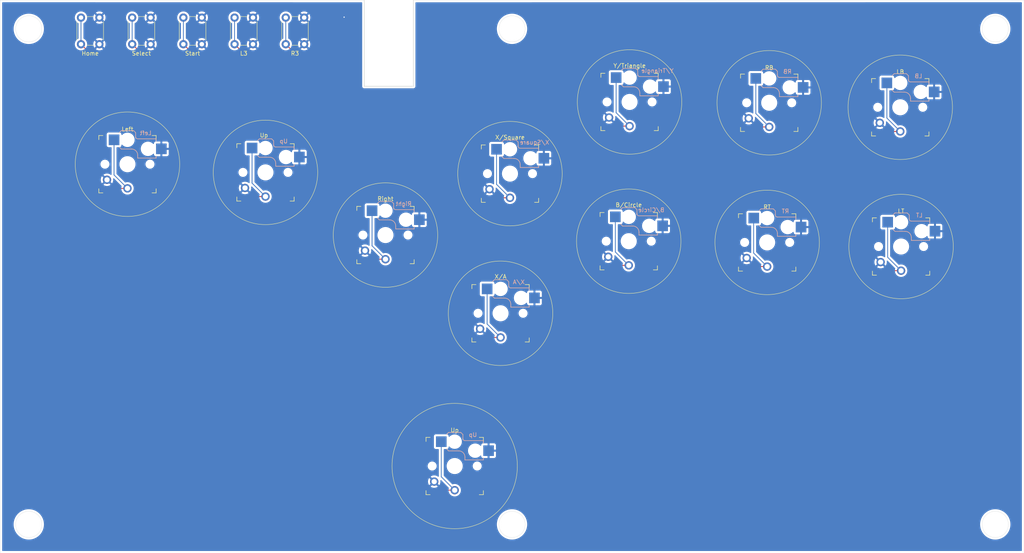
<source format=kicad_pcb>
(kicad_pcb (version 20240108) (generator "pcbnew") (generator_version "8.0")
  (layers (0 "F.Cu" signal) (31 "B.Cu" signal) (34 "B.Paste" user) (35 "F.Paste" user) (36 "B.SilkS" user "B.Silkscreen") (37 "F.SilkS" user "F.Silkscreen") (38 "B.Mask" user) (39 "F.Mask" user) (44 "Edge.Cuts" user))
  (net 0 "")
  (net 1 "GND")
  (net 2 "Left")
  (net 3 "Down")
  (net 4 "Up")
  (net 6 "Right")
  (net 7 "A{slash}X")
  (net 8 "X{slash}Square")
  (net 9 "B{slash}Circle")
  (net 10 "Y{slash}Triangle")
  (net 11 "Left Trigger")
  (net 12 "Left Bumper")
  (net 13 "Right Trigger")
  (net 14 "Right Bumper")
  (net 15 "Start")
  (net 16 "R3")
  (net 17 "L3")
  (net 18 "Select")
  (net 20 "Home")
  (footprint "keyswitches:Kailh_socket_PG1350_optional" (layer "F.Cu") (at 261.5 116.35)
    (property "Reference" "B/Circle" (at 0 -8.85 0) (layer "F.SilkS"))
    (property "Value" "SW_Push")
    (fp_text user "${REFERENCE}" (at 5.5 -7.62 0) (layer "B.SilkS") (effects (justify mirror)))
    (pad "" np_thru_hole circle (at -5.5 0) (size 1.7018 1.7018) (drill 1.7018) (layers "*.Cu" "*.Mask"))
    (pad "" np_thru_hole circle (at 0 -5.95) (size 3 3) (drill 3) (layers "*.Cu" "*.Mask"))
    (pad "" np_thru_hole circle (at 0 0) (size 3.429 3.429) (drill 3.429) (layers "*.Cu" "*.Mask"))
    (pad "" np_thru_hole circle (at 5 -3.75) (size 3 3) (drill 3) (layers "*.Cu" "*.Mask"))
    (pad "" np_thru_hole circle (at 5.5 0) (size 1.7018 1.7018) (drill 1.7018) (layers "*.Cu" "*.Mask"))
    (pad "1" smd rect (at -3.275 -5.95) (size 2.6 2.6) (layers "B.Cu" "B.Paste" "B.Mask") (net 9 "B{slash}Circle"))
    (pad "1" thru_hole circle (at 0 5.9) (size 2.032 2.032) (drill 1.27) (layers "*.Cu" "*.Mask") (net 9 "B{slash}Circle"))
    (pad "2" thru_hole circle (at -5 3.8) (size 2.032 2.032) (drill 1.27) (layers "*.Cu" "*.Mask") (net 1 "GND"))
    (pad "2" smd rect (at 8.275 -3.75) (size 2.6 2.6) (layers "B.Cu" "B.Paste" "B.Mask") (net 1 "GND"))
  )
  (footprint "Button_Switch_THT:SW_PUSH_6mm_H5mm" (layer "F.Cu") (at 127.75 68.25 90)
    (property "Reference" "Home" (at -2.25 2.25 0) (layer "F.SilkS"))
    (property "Value" "SW_Push")
    (pad "1" thru_hole circle (at 0 0 180) (size 2 2) (drill 1.1) (layers "*.Cu" "*.Mask") (net 20 "Home"))
    (pad "1" thru_hole circle (at 6.5 0 180) (size 2 2) (drill 1.1) (layers "*.Cu" "*.Mask") (net 20 "Home"))
    (pad "2" thru_hole circle (at 0 4.5 180) (size 2 2) (drill 1.1) (layers "*.Cu" "*.Mask") (net 1 "GND"))
    (pad "2" thru_hole circle (at 6.5 4.5 180) (size 2 2) (drill 1.1) (layers "*.Cu" "*.Mask") (net 1 "GND"))
  )
  (footprint "mcu:rp2040-zero-smd" (layer "F.Cu") (at 202.914194 69.264962)
    (property "Reference" "U1" (hide yes))
    (property "Value" "rp2040-zero" (hide yes))
    (fp_line (start -6 -11.75) (end -6 9.25) (stroke (width 0.12)) (layer "Edge.Cuts"))
    (fp_line (start -6 9.25) (end 6 9.25) (stroke (width 0.12)) (layer "Edge.Cuts"))
    (fp_line (start 6 9.25) (end 6 -11.75) (stroke (width 0.12)) (layer "Edge.Cuts"))
    (pad "1" smd oval (at 8.62 -10.16 180) (size 2.5 1.5) (drill (offset -0.5 0)) (layers "F.Cu" "F.Paste" "F.Mask") (net 12 "Left Bumper"))
    (pad "2" smd oval (at 8.62 -7.62 180) (size 2.5 1.5) (drill (offset -0.5 0)) (layers "F.Cu" "F.Paste" "F.Mask") (net 11 "Left Trigger"))
    (pad "3" smd oval (at 8.62 -5.08 180) (size 2.5 1.5) (drill (offset -0.5 0)) (layers "F.Cu" "F.Paste" "F.Mask") (net 14 "Right Bumper"))
    (pad "4" smd oval (at 8.62 -2.54 180) (size 2.5 1.5) (drill (offset -0.5 0)) (layers "F.Cu" "F.Paste" "F.Mask") (net 13 "Right Trigger"))
    (pad "5" smd oval (at 8.62 0 180) (size 2.5 1.5) (drill (offset -0.5 0)) (layers "F.Cu" "F.Paste" "F.Mask") (net 10 "Y{slash}Triangle"))
    (pad "6" smd oval (at 8.62 2.54 180) (size 2.5 1.5) (drill (offset -0.5 0)) (layers "F.Cu" "F.Paste" "F.Mask") (net 9 "B{slash}Circle"))
    (pad "7" smd oval (at 8.62 5.08 180) (size 2.5 1.5) (drill (offset -0.5 0)) (layers "F.Cu" "F.Paste" "F.Mask") (net 8 "X{slash}Square"))
    (pad "8" smd oval (at 8.62 7.62 180) (size 2.5 1.5) (drill (offset -0.5 0)) (layers "F.Cu" "F.Paste" "F.Mask") (net 7 "A{slash}X"))
    (pad "9" smd oval (at 8.62 10.16 180) (size 2.5 1.5) (drill (offset -0.5 0)) (layers "F.Cu" "F.Paste" "F.Mask") (net 4 "Up"))
    (pad "10" smd oval (at 5.08 11.16 90) (size 2.5 1.5) (drill (offset -0.5 0)) (layers "F.Cu" "F.Paste" "F.Mask") (net 6 "Right"))
    (pad "11" smd oval (at 2.54 11.16 90) (size 2.5 1.5) (drill (offset -0.5 0)) (layers "F.Cu" "F.Paste" "F.Mask") (net 3 "Down"))
    (pad "12" smd oval (at 0 11.16 90) (size 2.5 1.5) (drill (offset -0.5 0)) (layers "F.Cu" "F.Paste" "F.Mask") (net 2 "Left"))
    (pad "13" smd oval (at -2.54 11.16 90) (size 2.5 1.5) (drill (offset -0.5 0)) (layers "F.Cu" "F.Paste" "F.Mask"))
    (pad "14" smd oval (at -5.08 11.16 90) (size 2.5 1.5) (drill (offset -0.5 0)) (layers "F.Cu" "F.Paste" "F.Mask"))
    (pad "15" smd oval (at -8.62 10.16) (size 2.5 1.5) (drill (offset -0.5 0)) (layers "F.Cu" "F.Paste" "F.Mask"))
    (pad "16" smd oval (at -8.62 7.62) (size 2.5 1.5) (drill (offset -0.5 0)) (layers "F.Cu" "F.Paste" "F.Mask") (net 20 "Home"))
    (pad "17" smd oval (at -8.62 5.08) (size 2.5 1.5) (drill (offset -0.5 0)) (layers "F.Cu" "F.Paste" "F.Mask") (net 18 "Select"))
    (pad "18" smd oval (at -8.62 2.54) (size 2.5 1.5) (drill (offset -0.5 0)) (layers "F.Cu" "F.Paste" "F.Mask") (net 15 "Start"))
    (pad "19" smd oval (at -8.62 0) (size 2.5 1.5) (drill (offset -0.5 0)) (layers "F.Cu" "F.Paste" "F.Mask") (net 17 "L3"))
    (pad "20" smd oval (at -8.62 -2.54) (size 2.5 1.5) (drill (offset -0.5 0)) (layers "F.Cu" "F.Paste" "F.Mask") (net 16 "R3"))
    (pad "21" smd oval (at -8.62 -5.08) (size 2.5 1.5) (drill (offset -0.5 0)) (layers "F.Cu" "F.Paste" "F.Mask"))
    (pad "22" smd oval (at -8.62 -7.62) (size 2.5 1.5) (drill (offset -0.5 0)) (layers "F.Cu" "F.Paste" "F.Mask") (net 1 "GND"))
    (pad "23" smd oval (at -8.62 -10.16) (size 2.5 1.5) (drill (offset -0.5 0)) (layers "F.Cu" "F.Paste" "F.Mask"))
  )
  (footprint "keyswitches:Kailh_socket_PG1350_optional" (layer "F.Cu") (at 172.8 99.55)
    (property "Reference" "Up" (at 0.7 -9.05 0) (layer "F.SilkS") (effects (justify right)))
    (property "Value" "SW_Push")
    (fp_text user "${REFERENCE}" (at 4.445 -7.62 0) (layer "B.SilkS") (effects (justify mirror)))
    (pad "" np_thru_hole circle (at -5.5 0) (size 1.7018 1.7018) (drill 1.7018) (layers "*.Cu" "*.Mask"))
    (pad "" np_thru_hole circle (at 0 -5.95) (size 3 3) (drill 3) (layers "*.Cu" "*.Mask"))
    (pad "" np_thru_hole circle (at 0 0) (size 3.429 3.429) (drill 3.429) (layers "*.Cu" "*.Mask"))
    (pad "" np_thru_hole circle (at 5 -3.75) (size 3 3) (drill 3) (layers "*.Cu" "*.Mask"))
    (pad "" np_thru_hole circle (at 5.5 0) (size 1.7018 1.7018) (drill 1.7018) (layers "*.Cu" "*.Mask"))
    (pad "1" smd rect (at -3.275 -5.95) (size 2.6 2.6) (layers "B.Cu" "B.Paste" "B.Mask") (net 3 "Down"))
    (pad "1" thru_hole circle (at 0 5.9) (size 2.032 2.032) (drill 1.27) (layers "*.Cu" "*.Mask") (net 3 "Down"))
    (pad "2" thru_hole circle (at -5 3.8) (size 2.032 2.032) (drill 1.27) (layers "*.Cu" "*.Mask") (net 1 "GND"))
    (pad "2" smd rect (at 8.275 -3.75) (size 2.6 2.6) (layers "B.Cu" "B.Paste" "B.Mask") (net 1 "GND"))
  )
  (footprint "keyswitches:Kailh_socket_PG1350_optional" (layer "F.Cu") (at 139.1 97.55)
    (property "Reference" "Left" (at 0 -8.55 0) (layer "F.SilkS"))
    (property "Value" "SW_Push")
    (fp_text user "${REFERENCE}" (at 4.445 -7.62 0) (layer "B.SilkS") (effects (justify mirror)))
    (pad "" np_thru_hole circle (at -5.5 0) (size 1.7018 1.7018) (drill 1.7018) (layers "*.Cu" "*.Mask"))
    (pad "" np_thru_hole circle (at 0 -5.95) (size 3 3) (drill 3) (layers "*.Cu" "*.Mask"))
    (pad "" np_thru_hole circle (at 0 0) (size 3.429 3.429) (drill 3.429) (layers "*.Cu" "*.Mask"))
    (pad "" np_thru_hole circle (at 5 -3.75) (size 3 3) (drill 3) (layers "*.Cu" "*.Mask"))
    (pad "" np_thru_hole circle (at 5.5 0) (size 1.7018 1.7018) (drill 1.7018) (layers "*.Cu" "*.Mask"))
    (pad "1" smd rect (at -3.275 -5.95) (size 2.6 2.6) (layers "B.Cu" "B.Paste" "B.Mask") (net 2 "Left"))
    (pad "1" thru_hole circle (at 0 5.9) (size 2.032 2.032) (drill 1.27) (layers "*.Cu" "*.Mask") (net 2 "Left"))
    (pad "2" thru_hole circle (at -5 3.8) (size 2.032 2.032) (drill 1.27) (layers "*.Cu" "*.Mask") (net 1 "GND"))
    (pad "2" smd rect (at 8.275 -3.75) (size 2.6 2.6) (layers "B.Cu" "B.Paste" "B.Mask") (net 1 "GND"))
  )
  (footprint "keyswitches:Kailh_socket_PG1350_optional" (layer "F.Cu") (at 328 117.65)
    (property "Reference" "LT" (at 0 -8.65 0) (layer "F.SilkS"))
    (property "Value" "SW_Push")
    (fp_text user "${REFERENCE}" (at 4.445 -7.62 0) (layer "B.SilkS") (effects (justify mirror)))
    (pad "" np_thru_hole circle (at -5.5 0) (size 1.7018 1.7018) (drill 1.7018) (layers "*.Cu" "*.Mask"))
    (pad "" np_thru_hole circle (at 0 -5.95) (size 3 3) (drill 3) (layers "*.Cu" "*.Mask"))
    (pad "" np_thru_hole circle (at 0 0) (size 3.429 3.429) (drill 3.429) (layers "*.Cu" "*.Mask"))
    (pad "" np_thru_hole circle (at 5 -3.75) (size 3 3) (drill 3) (layers "*.Cu" "*.Mask"))
    (pad "" np_thru_hole circle (at 5.5 0) (size 1.7018 1.7018) (drill 1.7018) (layers "*.Cu" "*.Mask"))
    (pad "1" smd rect (at -3.275 -5.95) (size 2.6 2.6) (layers "B.Cu" "B.Paste" "B.Mask") (net 11 "Left Trigger"))
    (pad "1" thru_hole circle (at 0 5.9) (size 2.032 2.032) (drill 1.27) (layers "*.Cu" "*.Mask") (net 11 "Left Trigger"))
    (pad "2" thru_hole circle (at -5 3.8) (size 2.032 2.032) (drill 1.27) (layers "*.Cu" "*.Mask") (net 1 "GND"))
    (pad "2" smd rect (at 8.275 -3.75) (size 2.6 2.6) (layers "B.Cu" "B.Paste" "B.Mask") (net 1 "GND"))
  )
  (footprint "keyswitches:Kailh_socket_PG1350_optional" (layer "F.Cu") (at 219 171.25)
    (property "Reference" "Up" (at 0 -8.75 0) (layer "F.SilkS"))
    (property "Value" "SW_Push")
    (fp_text user "${REFERENCE}" (at 4.445 -7.62 0) (layer "B.SilkS") (effects (justify mirror)))
    (pad "" np_thru_hole circle (at -5.5 0) (size 1.7018 1.7018) (drill 1.7018) (layers "*.Cu" "*.Mask"))
    (pad "" np_thru_hole circle (at 0 -5.95) (size 3 3) (drill 3) (layers "*.Cu" "*.Mask"))
    (pad "" np_thru_hole circle (at 0 0) (size 3.429 3.429) (drill 3.429) (layers "*.Cu" "*.Mask"))
    (pad "" np_thru_hole circle (at 5 -3.75) (size 3 3) (drill 3) (layers "*.Cu" "*.Mask"))
    (pad "" np_thru_hole circle (at 5.5 0) (size 1.7018 1.7018) (drill 1.7018) (layers "*.Cu" "*.Mask"))
    (pad "1" smd rect (at -3.275 -5.95) (size 2.6 2.6) (layers "B.Cu" "B.Paste" "B.Mask") (net 4 "Up"))
    (pad "1" thru_hole circle (at 0 5.9) (size 2.032 2.032) (drill 1.27) (layers "*.Cu" "*.Mask") (net 4 "Up"))
    (pad "2" thru_hole circle (at -5 3.8) (size 2.032 2.032) (drill 1.27) (layers "*.Cu" "*.Mask") (net 1 "GND"))
    (pad "2" smd rect (at 8.275 -3.75) (size 2.6 2.6) (layers "B.Cu" "B.Paste" "B.Mask") (net 1 "GND"))
  )
  (footprint "Button_Switch_THT:SW_PUSH_6mm_H5mm" (layer "F.Cu") (at 165.25 68.25 90)
    (property "Reference" "L3" (at -2.25 2.25 0) (layer "F.SilkS"))
    (property "Value" "SW_Push")
    (pad "1" thru_hole circle (at 0 0 180) (size 2 2) (drill 1.1) (layers "*.Cu" "*.Mask") (net 17 "L3"))
    (pad "1" thru_hole circle (at 6.5 0 180) (size 2 2) (drill 1.1) (layers "*.Cu" "*.Mask") (net 17 "L3"))
    (pad "2" thru_hole circle (at 0 4.5 180) (size 2 2) (drill 1.1) (layers "*.Cu" "*.Mask") (net 1 "GND"))
    (pad "2" thru_hole circle (at 6.5 4.5 180) (size 2 2) (drill 1.1) (layers "*.Cu" "*.Mask") (net 1 "GND"))
  )
  (footprint "Button_Switch_THT:SW_PUSH_6mm_H5mm" (layer "F.Cu") (at 140.25 68.25 90)
    (property "Reference" "Select" (at -2.25 2.25 0) (layer "F.SilkS"))
    (property "Value" "SW_Push")
    (pad "1" thru_hole circle (at 0 0 180) (size 2 2) (drill 1.1) (layers "*.Cu" "*.Mask") (net 18 "Select"))
    (pad "1" thru_hole circle (at 6.5 0 180) (size 2 2) (drill 1.1) (layers "*.Cu" "*.Mask") (net 18 "Select"))
    (pad "2" thru_hole circle (at 0 4.5 180) (size 2 2) (drill 1.1) (layers "*.Cu" "*.Mask") (net 1 "GND"))
    (pad "2" thru_hole circle (at 6.5 4.5 180) (size 2 2) (drill 1.1) (layers "*.Cu" "*.Mask") (net 1 "GND"))
  )
  (footprint "keyswitches:Kailh_socket_PG1350_optional" (layer "F.Cu") (at 327.8 83.65)
    (property "Reference" "LB" (at 0 -8.65 0) (layer "F.SilkS"))
    (property "Value" "SW_Push")
    (fp_text user "${REFERENCE}" (at 4.445 -7.62 0) (layer "B.SilkS") (effects (justify mirror)))
    (pad "" np_thru_hole circle (at -5.5 0) (size 1.7018 1.7018) (drill 1.7018) (layers "*.Cu" "*.Mask"))
    (pad "" np_thru_hole circle (at 0 -5.95) (size 3 3) (drill 3) (layers "*.Cu" "*.Mask"))
    (pad "" np_thru_hole circle (at 0 0) (size 3.429 3.429) (drill 3.429) (layers "*.Cu" "*.Mask"))
    (pad "" np_thru_hole circle (at 5 -3.75) (size 3 3) (drill 3) (layers "*.Cu" "*.Mask"))
    (pad "" np_thru_hole circle (at 5.5 0) (size 1.7018 1.7018) (drill 1.7018) (layers "*.Cu" "*.Mask"))
    (pad "1" smd rect (at -3.275 -5.95) (size 2.6 2.6) (layers "B.Cu" "B.Paste" "B.Mask") (net 12 "Left Bumper"))
    (pad "1" thru_hole circle (at 0 5.9) (size 2.032 2.032) (drill 1.27) (layers "*.Cu" "*.Mask") (net 12 "Left Bumper"))
    (pad "2" thru_hole circle (at -5 3.8) (size 2.032 2.032) (drill 1.27) (layers "*.Cu" "*.Mask") (net 1 "GND"))
    (pad "2" smd rect (at 8.275 -3.75) (size 2.6 2.6) (layers "B.Cu" "B.Paste" "B.Mask") (net 1 "GND"))
  )
  (footprint "keyswitches:Kailh_socket_PG1350_optional" (layer "F.Cu") (at 261.7 82.35)
    (property "Reference" "Y/Triangle" (at 0 -8.85 0) (layer "F.SilkS"))
    (property "Value" "SW_Push")
    (fp_text user "${REFERENCE}" (at 6.8 -7.62 0) (layer "B.SilkS") (effects (justify mirror)))
    (pad "" np_thru_hole circle (at -5.5 0) (size 1.7018 1.7018) (drill 1.7018) (layers "*.Cu" "*.Mask"))
    (pad "" np_thru_hole circle (at 0 -5.95) (size 3 3) (drill 3) (layers "*.Cu" "*.Mask"))
    (pad "" np_thru_hole circle (at 0 0) (size 3.429 3.429) (drill 3.429) (layers "*.Cu" "*.Mask"))
    (pad "" np_thru_hole circle (at 5 -3.75) (size 3 3) (drill 3) (layers "*.Cu" "*.Mask"))
    (pad "" np_thru_hole circle (at 5.5 0) (size 1.7018 1.7018) (drill 1.7018) (layers "*.Cu" "*.Mask"))
    (pad "1" smd rect (at -3.275 -5.95) (size 2.6 2.6) (layers "B.Cu" "B.Paste" "B.Mask") (net 10 "Y{slash}Triangle"))
    (pad "1" thru_hole circle (at 0 5.9) (size 2.032 2.032) (drill 1.27) (layers "*.Cu" "*.Mask") (net 10 "Y{slash}Triangle"))
    (pad "2" thru_hole circle (at -5 3.8) (size 2.032 2.032) (drill 1.27) (layers "*.Cu" "*.Mask") (net 1 "GND"))
    (pad "2" smd rect (at 8.275 -3.75) (size 2.6 2.6) (layers "B.Cu" "B.Paste" "B.Mask") (net 1 "GND"))
  )
  (footprint "keyswitches:Kailh_socket_PG1350_optional" (layer "F.Cu") (at 202.1 114.85)
    (property "Reference" "Right" (at 0 -8.85 0) (layer "F.SilkS"))
    (property "Value" "SW_Push")
    (fp_text user "${REFERENCE}" (at 4.445 -7.62 0) (layer "B.SilkS") (effects (justify mirror)))
    (pad "" np_thru_hole circle (at -5.5 0) (size 1.7018 1.7018) (drill 1.7018) (layers "*.Cu" "*.Mask"))
    (pad "" np_thru_hole circle (at 0 -5.95) (size 3 3) (drill 3) (layers "*.Cu" "*.Mask"))
    (pad "" np_thru_hole circle (at 0 0) (size 3.429 3.429) (drill 3.429) (layers "*.Cu" "*.Mask"))
    (pad "" np_thru_hole circle (at 5 -3.75) (size 3 3) (drill 3) (layers "*.Cu" "*.Mask"))
    (pad "" np_thru_hole circle (at 5.5 0) (size 1.7018 1.7018) (drill 1.7018) (layers "*.Cu" "*.Mask"))
    (pad "1" smd rect (at -3.275 -5.95) (size 2.6 2.6) (layers "B.Cu" "B.Paste" "B.Mask") (net 6 "Right"))
    (pad "1" thru_hole circle (at 0 5.9) (size 2.032 2.032) (drill 1.27) (layers "*.Cu" "*.Mask") (net 6 "Right"))
    (pad "2" thru_hole circle (at -5 3.8) (size 2.032 2.032) (drill 1.27) (layers "*.Cu" "*.Mask") (net 1 "GND"))
    (pad "2" smd rect (at 8.275 -3.75) (size 2.6 2.6) (layers "B.Cu" "B.Paste" "B.Mask") (net 1 "GND"))
  )
  (footprint "Button_Switch_THT:SW_PUSH_6mm_H5mm" (layer "F.Cu") (at 177.75 68.25 90)
    (property "Reference" "R3" (at -2.25 2.25 0) (layer "F.SilkS"))
    (property "Value" "SW_Push")
    (pad "1" thru_hole circle (at 0 0 180) (size 2 2) (drill 1.1) (layers "*.Cu" "*.Mask") (net 16 "R3"))
    (pad "1" thru_hole circle (at 6.5 0 180) (size 2 2) (drill 1.1) (layers "*.Cu" "*.Mask") (net 16 "R3"))
    (pad "2" thru_hole circle (at 0 4.5 180) (size 2 2) (drill 1.1) (layers "*.Cu" "*.Mask") (net 1 "GND"))
    (pad "2" thru_hole circle (at 6.5 4.5 180) (size 2 2) (drill 1.1) (layers "*.Cu" "*.Mask") (net 1 "GND"))
  )
  (footprint "keyswitches:Kailh_socket_PG1350_optional" (layer "F.Cu") (at 232.5 99.85)
    (property "Reference" "X/Square" (at 0 -8.85 0) (layer "F.SilkS"))
    (property "Value" "SW_Push")
    (fp_text user "${REFERENCE}" (at 6 -7.62 0) (layer "B.SilkS") (effects (justify mirror)))
    (pad "" np_thru_hole circle (at -5.5 0) (size 1.7018 1.7018) (drill 1.7018) (layers "*.Cu" "*.Mask"))
    (pad "" np_thru_hole circle (at 0 -5.95) (size 3 3) (drill 3) (layers "*.Cu" "*.Mask"))
    (pad "" np_thru_hole circle (at 0 0) (size 3.429 3.429) (drill 3.429) (layers "*.Cu" "*.Mask"))
    (pad "" np_thru_hole circle (at 5 -3.75) (size 3 3) (drill 3) (layers "*.Cu" "*.Mask"))
    (pad "" np_thru_hole circle (at 5.5 0) (size 1.7018 1.7018) (drill 1.7018) (layers "*.Cu" "*.Mask"))
    (pad "1" smd rect (at -3.275 -5.95) (size 2.6 2.6) (layers "B.Cu" "B.Paste" "B.Mask") (net 8 "X{slash}Square"))
    (pad "1" thru_hole circle (at 0 5.9) (size 2.032 2.032) (drill 1.27) (layers "*.Cu" "*.Mask") (net 8 "X{slash}Square"))
    (pad "2" thru_hole circle (at -5 3.8) (size 2.032 2.032) (drill 1.27) (layers "*.Cu" "*.Mask") (net 1 "GND"))
    (pad "2" smd rect (at 8.275 -3.75) (size 2.6 2.6) (layers "B.Cu" "B.Paste" "B.Mask") (net 1 "GND"))
  )
  (footprint "keyswitches:Kailh_socket_PG1350_optional" (layer "F.Cu") (at 230.2 133.95)
    (property "Reference" "X/A" (at 0 -8.95 0) (layer "F.SilkS"))
    (property "Value" "SW_Push")
    (fp_text user "${REFERENCE}" (at 4.445 -7.62 0) (layer "B.SilkS") (effects (justify mirror)))
    (pad "" np_thru_hole circle (at -5.5 0) (size 1.7018 1.7018) (drill 1.7018) (layers "*.Cu" "*.Mask"))
    (pad "" np_thru_hole circle (at 0 -5.95) (size 3 3) (drill 3) (layers "*.Cu" "*.Mask"))
    (pad "" np_thru_hole circle (at 0 0) (size 3.429 3.429) (drill 3.429) (layers "*.Cu" "*.Mask"))
    (pad "" np_thru_hole circle (at 5 -3.75) (size 3 3) (drill 3) (layers "*.Cu" "*.Mask"))
    (pad "" np_thru_hole circle (at 5.5 0) (size 1.7018 1.7018) (drill 1.7018) (layers "*.Cu" "*.Mask"))
    (pad "1" smd rect (at -3.275 -5.95) (size 2.6 2.6) (layers "B.Cu" "B.Paste" "B.Mask") (net 7 "A{slash}X"))
    (pad "1" thru_hole circle (at 0 5.9) (size 2.032 2.032) (drill 1.27) (layers "*.Cu" "*.Mask") (net 7 "A{slash}X"))
    (pad "2" thru_hole circle (at -5 3.8) (size 2.032 2.032) (drill 1.27) (layers "*.Cu" "*.Mask") (net 1 "GND"))
    (pad "2" smd rect (at 8.275 -3.75) (size 2.6 2.6) (layers "B.Cu" "B.Paste" "B.Mask") (net 1 "GND"))
  )
  (footprint "Button_Switch_THT:SW_PUSH_6mm_H5mm" (layer "F.Cu") (at 152.75 68.25 90)
    (property "Reference" "Start" (at -2.25 2.25 0) (layer "F.SilkS"))
    (property "Value" "SW_Push")
    (pad "1" thru_hole circle (at 0 0 180) (size 2 2) (drill 1.1) (layers "*.Cu" "*.Mask") (net 15 "Start"))
    (pad "1" thru_hole circle (at 6.5 0 180) (size 2 2) (drill 1.1) (layers "*.Cu" "*.Mask") (net 15 "Start"))
    (pad "2" thru_hole circle (at 0 4.5 180) (size 2 2) (drill 1.1) (layers "*.Cu" "*.Mask") (net 1 "GND"))
    (pad "2" thru_hole circle (at 6.5 4.5 180) (size 2 2) (drill 1.1) (layers "*.Cu" "*.Mask") (net 1 "GND"))
  )
  (footprint "keyswitches:Kailh_socket_PG1350_optional" (layer "F.Cu") (at 295.3 116.65)
    (property "Reference" "RT" (at 0 -8.65 0) (layer "F.SilkS"))
    (property "Value" "SW_Push")
    (fp_text user "${REFERENCE}" (at 4.445 -7.62 0) (layer "B.SilkS") (effects (justify mirror)))
    (pad "" np_thru_hole circle (at -5.5 0) (size 1.7018 1.7018) (drill 1.7018) (layers "*.Cu" "*.Mask"))
    (pad "" np_thru_hole circle (at 0 -5.95) (size 3 3) (drill 3) (layers "*.Cu" "*.Mask"))
    (pad "" np_thru_hole circle (at 0 0) (size 3.429 3.429) (drill 3.429) (layers "*.Cu" "*.Mask"))
    (pad "" np_thru_hole circle (at 5 -3.75) (size 3 3) (drill 3) (layers "*.Cu" "*.Mask"))
    (pad "" np_thru_hole circle (at 5.5 0) (size 1.7018 1.7018) (drill 1.7018) (layers "*.Cu" "*.Mask"))
    (pad "1" smd rect (at -3.275 -5.95) (size 2.6 2.6) (layers "B.Cu" "B.Paste" "B.Mask") (net 13 "Right Trigger"))
    (pad "1" thru_hole circle (at 0 5.9) (size 2.032 2.032) (drill 1.27) (layers "*.Cu" "*.Mask") (net 13 "Right Trigger"))
    (pad "2" thru_hole circle (at -5 3.8) (size 2.032 2.032) (drill 1.27) (layers "*.Cu" "*.Mask") (net 1 "GND"))
    (pad "2" smd rect (at 8.275 -3.75) (size 2.6 2.6) (layers "B.Cu" "B.Paste" "B.Mask") (net 1 "GND"))
  )
  (footprint "keyswitches:Kailh_socket_PG1350_optional" (layer "F.Cu") (at 295.8 82.55)
    (property "Reference" "RB" (at 0 -8.55 0) (layer "F.SilkS"))
    (property "Value" "SW_Push")
    (fp_text user "${REFERENCE}" (at 4.445 -7.62 0) (layer "B.SilkS") (effects (justify mirror)))
    (pad "" np_thru_hole circle (at -5.5 0) (size 1.7018 1.7018) (drill 1.7018) (layers "*.Cu" "*.Mask"))
    (pad "" np_thru_hole circle (at 0 -5.95) (size 3 3) (drill 3) (layers "*.Cu" "*.Mask"))
    (pad "" np_thru_hole circle (at 0 0) (size 3.429 3.429) (drill 3.429) (layers "*.Cu" "*.Mask"))
    (pad "" np_thru_hole circle (at 5 -3.75) (size 3 3) (drill 3) (layers "*.Cu" "*.Mask"))
    (pad "" np_thru_hole circle (at 5.5 0) (size 1.7018 1.7018) (drill 1.7018) (layers "*.Cu" "*.Mask"))
    (pad "1" smd rect (at -3.275 -5.95) (size 2.6 2.6) (layers "B.Cu" "B.Paste" "B.Mask") (net 14 "Right Bumper"))
    (pad "1" thru_hole circle (at 0 5.9) (size 2.032 2.032) (drill 1.27) (layers "*.Cu" "*.Mask") (net 14 "Right Bumper"))
    (pad "2" thru_hole circle (at -5 3.8) (size 2.032 2.032) (drill 1.27) (layers "*.Cu" "*.Mask") (net 1 "GND"))
    (pad "2" smd rect (at 8.275 -3.75) (size 2.6 2.6) (layers "B.Cu" "B.Paste" "B.Mask") (net 1 "GND"))
  )
  (gr_circle (center 232.5 99.85) (end 245.25 99.85) (stroke (width 0.1)) (fill none) (layer "F.SilkS"))
  (gr_circle (center 261.7 82.35) (end 274.45 82.35) (stroke (width 0.1)) (fill none) (layer "F.SilkS"))
  (gr_circle (center 261.5 116.35) (end 274.25 116.35) (stroke (width 0.1)) (fill none) (layer "F.SilkS"))
  (gr_circle (center 230.2 133.95) (end 242.95 133.95) (stroke (width 0.1)) (fill none) (layer "F.SilkS"))
  (gr_circle (center 295.3 116.65) (end 308.05 116.65) (stroke (width 0.1)) (fill none) (layer "F.SilkS"))
  (gr_circle (center 202.1 114.85) (end 214.85 114.85) (stroke (width 0.1)) (fill none) (layer "F.SilkS"))
  (gr_circle (center 219 171.25) (end 234.3 171.25) (stroke (width 0.1)) (fill none) (layer "F.SilkS"))
  (gr_circle (center 139.1 97.55) (end 151.85 97.55) (stroke (width 0.1)) (fill none) (layer "F.SilkS"))
  (gr_circle (center 172.8 99.55) (end 185.55 99.55) (stroke (width 0.1)) (fill none) (layer "F.SilkS"))
  (gr_circle (center 328 117.65) (end 340.75 117.65) (stroke (width 0.1)) (fill none) (layer "F.SilkS"))
  (gr_circle (center 327.8 83.65) (end 340.55 83.65) (stroke (width 0.1)) (fill none) (layer "F.SilkS"))
  (gr_circle (center 295.8 82.55) (end 308.55 82.55) (stroke (width 0.1)) (fill none) (layer "F.SilkS"))
  (gr_circle (center 115 64.5) (end 118.2 64.5) (stroke (width 0.05)) (fill none) (layer "Edge.Cuts"))
  (gr_line (start 196.914194 57.514962) (end 108 57.5) (stroke (width 0.05)) (layer "Edge.Cuts"))
  (gr_circle (center 351 64.5) (end 354.2 64.5) (stroke (width 0.05)) (fill none) (layer "Edge.Cuts"))
  (gr_line (start 358 57.5) (end 208.914194 57.514962) (stroke (width 0.05)) (layer "Edge.Cuts"))
  (gr_circle (center 115 185.5) (end 118.2 185.5) (stroke (width 0.05)) (fill none) (layer "Edge.Cuts"))
  (gr_line (start 108 192.5) (end 358 192.5) (stroke (width 0.05)) (layer "Edge.Cuts"))
  (gr_circle (center 233 64.5) (end 236.2 64.5) (stroke (width 0.05)) (fill none) (layer "Edge.Cuts"))
  (gr_circle (center 233 185.5) (end 236.2 185.5) (stroke (width 0.05)) (fill none) (layer "Edge.Cuts"))
  (gr_line (start 108 57.5) (end 108 192.5) (stroke (width 0.05)) (layer "Edge.Cuts"))
  (gr_circle (center 351 185.5) (end 354.2 185.5) (stroke (width 0.05)) (fill none) (layer "Edge.Cuts"))
  (gr_line (start 358 192.5) (end 358 57.5) (stroke (width 0.05)) (layer "Edge.Cuts"))
  (segment (start 192 61.644962) (end 194.294194 61.644962) (width 0.2) (layer "F.Cu") (net 1))
  (via (at 192 61.644962) (size 0.6) (drill 0.3) (layers "F.Cu" "B.Cu") (net 1))
  (segment (start 202.914194 80.924962) (end 202.914194 83.085806) (width 0.2) (layer "F.Cu") (net 2))
  (segment (start 125.5 86) (end 125.5 100.5) (width 0.2) (layer "F.Cu") (net 2))
  (segment (start 128.45 103.45) (end 139.1 103.45) (width 0.2) (layer "F.Cu") (net 2))
  (segment (start 128 83.5) (end 125.5 86) (width 0.2) (layer "F.Cu") (net 2))
  (segment (start 202.5 83.5) (end 128 83.5) (width 0.2) (layer "F.Cu") (net 2))
  (segment (start 125.5 100.5) (end 128.45 103.45) (width 0.2) (layer "F.Cu") (net 2))
  (segment (start 202.914194 83.085806) (end 202.5 83.5) (width 0.2) (layer "F.Cu") (net 2))
  (segment (start 135.825 91.6) (end 135.825 100.175) (width 0.2) (layer "B.Cu") (net 2))
  (segment (start 135.825 100.175) (end 139.1 103.45) (width 0.2) (layer "B.Cu") (net 2))
  (segment (start 205.5 83.5) (end 203 86) (width 0.2) (layer "F.Cu") (net 3))
  (segment (start 203 86) (end 161.5 86) (width 0.2) (layer "F.Cu") (net 3))
  (segment (start 162.45 105.45) (end 172.8 105.45) (width 0.2) (layer "F.Cu") (net 3))
  (segment (start 205.454194 80.924962) (end 205.5 80.970768) (width 0.2) (layer "F.Cu") (net 3))
  (segment (start 205.5 80.970768) (end 205.5 83.5) (width 0.2) (layer "F.Cu") (net 3))
  (segment (start 159 88.5) (end 159 102) (width 0.2) (layer "F.Cu") (net 3))
  (segment (start 159 102) (end 162.45 105.45) (width 0.2) (layer "F.Cu") (net 3))
  (segment (start 161.5 86) (end 159 88.5) (width 0.2) (layer "F.Cu") (net 3))
  (segment (start 169.525 93.6) (end 169.525 102.175) (width 0.2) (layer "B.Cu") (net 3))
  (segment (start 169.525 102.175) (end 172.8 105.45) (width 0.2) (layer "B.Cu") (net 3))
  (segment (start 202.5 174) (end 205.65 177.15) (width 0.2) (layer "F.Cu") (net 4))
  (segment (start 215.424962 79.424962) (end 216 80) (width 0.2) (layer "F.Cu") (net 4))
  (segment (start 216 80) (end 216 136.5) (width 0.2) (layer "F.Cu") (net 4))
  (segment (start 205.65 177.15) (end 219 177.15) (width 0.2) (layer "F.Cu") (net 4))
  (segment (start 211.534194 79.424962) (end 215.424962 79.424962) (width 0.2) (layer "F.Cu") (net 4))
  (segment (start 202.5 150) (end 202.5 174) (width 0.2) (layer "F.Cu") (net 4))
  (segment (start 216 136.5) (end 202.5 150) (width 0.2) (layer "F.Cu") (net 4))
  (segment (start 215.969644 165.3) (end 216.5 165.830356) (width 0.2) (layer "B.Cu") (net 4))
  (segment (start 215.725 165.3) (end 215.969644 165.3) (width 0.2) (layer "B.Cu") (net 4))
  (segment (start 215.725 165.3) (end 215.725 173.875) (width 0.2) (layer "B.Cu") (net 4))
  (segment (start 215.725 173.875) (end 219 177.15) (width 0.2) (layer "B.Cu") (net 4))
  (segment (start 188 102.5) (end 188 117) (width 0.2) (layer "F.Cu") (net 6))
  (segment (start 205.5 100) (end 190.5 100) (width 0.2) (layer "F.Cu") (net 6))
  (segment (start 207.994194 97.505806) (end 205.5 100) (width 0.2) (layer "F.Cu") (net 6))
  (segment (start 190.5 100) (end 188 102.5) (width 0.2) (layer "F.Cu") (net 6))
  (segment (start 188 117) (end 191.75 120.75) (width 0.2) (layer "F.Cu") (net 6))
  (segment (start 207.994194 80.924962) (end 207.994194 97.505806) (width 0.2) (layer "F.Cu") (net 6))
  (segment (start 191.75 120.75) (end 202.1 120.75) (width 0.2) (layer "F.Cu") (net 6))
  (segment (start 198.825 117.475) (end 202.1 120.75) (width 0.2) (layer "B.Cu") (net 6))
  (segment (start 198.825 108.9) (end 198.825 117.475) (width 0.2) (layer "B.Cu") (net 6))
  (segment (start 216.5 79.5) (end 216.5 136.5) (width 0.2) (layer "F.Cu") (net 7))
  (segment (start 216.5 136.5) (end 219.85 139.85) (width 0.2) (layer "F.Cu") (net 7))
  (segment (start 211.534194 76.884962) (end 213.884962 76.884962) (width 0.2) (layer "F.Cu") (net 7))
  (segment (start 219.85 139.85) (end 230.2 139.85) (width 0.2) (layer "F.Cu") (net 7))
  (segment (start 213.884962 76.884962) (end 216.5 79.5) (width 0.2) (layer "F.Cu") (net 7))
  (segment (start 226.925 128) (end 226.925 136.575) (width 0.2) (layer "B.Cu") (net 7))
  (segment (start 226.925 136.575) (end 230.2 139.85) (width 0.2) (layer "B.Cu") (net 7))
  (segment (start 217 79) (end 217 101) (width 0.2) (layer "F.Cu") (net 8))
  (segment (start 221.75 105.75) (end 232.5 105.75) (width 0.2) (layer "F.Cu") (net 8))
  (segment (start 211.534194 74.344962) (end 212.344962 74.344962) (width 0.2) (layer "F.Cu") (net 8))
  (segment (start 217 101) (end 221.75 105.75) (width 0.2) (layer "F.Cu") (net 8))
  (segment (start 212.344962 74.344962) (end 217 79) (width 0.2) (layer "F.Cu") (net 8))
  (segment (start 229.225 102.475) (end 232.5 105.75) (width 0.2) (layer "B.Cu") (net 8))
  (segment (start 229.225 93.9) (end 229.225 102.475) (width 0.2) (layer "B.Cu") (net 8))
  (segment (start 251.25 122.25) (end 261.5 122.25) (width 0.2) (layer "F.Cu") (net 9))
  (segment (start 241.804962 71.804962) (end 247 77) (width 0.2) (layer "F.Cu") (net 9))
  (segment (start 247 118) (end 251.25 122.25) (width 0.2) (layer "F.Cu") (net 9))
  (segment (start 247 77) (end 247 118) (width 0.2) (layer "F.Cu") (net 9))
  (segment (start 211.534194 71.804962) (end 241.804962 71.804962) (width 0.2) (layer "F.Cu") (net 9))
  (segment (start 258.225 118.975) (end 261.5 122.25) (width 0.2) (layer "B.Cu") (net 9))
  (segment (start 258.225 110.4) (end 258.225 118.975) (width 0.2) (layer "B.Cu") (net 9))
  (segment (start 226.904962 71.404962) (end 242.404962 71.404962) (width 0.2) (layer "F.Cu") (net 10))
  (segment (start 247.5 76.5) (end 247.5 84.25) (width 0.2) (layer "F.Cu") (net 10))
  (segment (start 247.5 84.25) (end 251.5 88.25) (width 0.2) (layer "F.Cu") (net 10))
  (segment (start 251.5 88.25) (end 261.7 88.25) (width 0.2) (layer "F.Cu") (net 10))
  (segment (start 211.534194 69.264962) (end 224.764962 69.264962) (width 0.2) (layer "F.Cu") (net 10))
  (segment (start 242.404962 71.404962) (end 247.5 76.5) (width 0.2) (layer "F.Cu") (net 10))
  (segment (start 224.764962 69.264962) (end 226.904962 71.404962) (width 0.2) (layer "F.Cu") (net 10))
  (segment (start 258.425 76.4) (end 258.425 84.975) (width 0.2) (layer "B.Cu") (net 10))
  (segment (start 258.425 84.975) (end 261.7 88.25) (width 0.2) (layer "B.Cu") (net 10))
  (segment (start 312 118) (end 317.55 123.55) (width 0.2) (layer "F.Cu") (net 11))
  (segment (start 220.144962 61.644962) (end 228.5 70) (width 0.2) (layer "F.Cu") (net 11))
  (segment (start 211.534194 61.644962) (end 220.144962 61.644962) (width 0.2) (layer "F.Cu") (net 11))
  (segment (start 317.55 123.55) (end 328 123.55) (width 0.2) (layer "F.Cu") (net 11))
  (segment (start 228.5 70) (end 309 70) (width 0.2) (layer "F.Cu") (net 11))
  (segment (start 309 70) (end 312 73) (width 0.2) (layer "F.Cu") (net 11))
  (segment (start 312 73) (end 312 118) (width 0.2) (layer "F.Cu") (net 11))
  (segment (start 324.725 120.275) (end 328 123.55) (width 0.2) (layer "B.Cu") (net 11))
  (segment (start 324.725 111.7) (end 324.725 120.275) (width 0.2) (layer "B.Cu") (net 11))
  (segment (start 211.534194 59.104962) (end 218.604962 59.104962) (width 0.2) (layer "F.Cu") (net 12))
  (segment (start 218.604962 59.104962) (end 229 69.5) (width 0.2) (layer "F.Cu") (net 12))
  (segment (start 309.5 69.5) (end 312.5 72.5) (width 0.2) (layer "F.Cu") (net 12))
  (segment (start 229 69.5) (end 309.5 69.5) (width 0.2) (layer "F.Cu") (net 12))
  (segment (start 312.5 72.5) (end 312.5 84.5) (width 0.2) (layer "F.Cu") (net 12))
  (segment (start 317.55 89.55) (end 327.8 89.55) (width 0.2) (layer "F.Cu") (net 12))
  (segment (start 312.5 84.5) (end 317.55 89.55) (width 0.2) (layer "F.Cu") (net 12))
  (segment (start 324.525 77.7) (end 324.525 86.275) (width 0.2) (layer "B.Cu") (net 12))
  (segment (start 324.525 86.275) (end 327.8 89.55) (width 0.2) (layer "B.Cu") (net 12))
  (segment (start 223.224962 66.724962) (end 227.5 71) (width 0.2) (layer "F.Cu") (net 13))
  (segment (start 285.05 122.55) (end 295.3 122.55) (width 0.2) (layer "F.Cu") (net 13))
  (segment (start 279 71) (end 280 72) (width 0.2) (layer "F.Cu") (net 13))
  (segment (start 211.534194 66.724962) (end 223.224962 66.724962) (width 0.2) (layer "F.Cu") (net 13))
  (segment (start 227.5 71) (end 279 71) (width 0.2) (layer "F.Cu") (net 13))
  (segment (start 280 72) (end 280 117.5) (width 0.2) (layer "F.Cu") (net 13))
  (segment (start 280 117.5) (end 285.05 122.55) (width 0.2) (layer "F.Cu") (net 13))
  (segment (start 292 110.969644) (end 292 119.25) (width 0.2) (layer "B.Cu") (net 13))
  (segment (start 292 119.25) (end 295.3 122.55) (width 0.2) (layer "B.Cu") (net 13))
  (segment (start 292.269644 110.7) (end 292 110.969644) (width 0.2) (layer "B.Cu") (net 13))
  (segment (start 292.025 110.7) (end 292.269644 110.7) (width 0.2) (layer "B.Cu") (net 13))
  (segment (start 228 70.5) (end 279.334314 70.5) (width 0.2) (layer "F.Cu") (net 14))
  (segment (start 280.5 83.25) (end 285.7 88.45) (width 0.2) (layer "F.Cu") (net 14))
  (segment (start 285.7 88.45) (end 295.8 88.45) (width 0.2) (layer "F.Cu") (net 14))
  (segment (start 280.5 71.665686) (end 280.5 83.25) (width 0.2) (layer "F.Cu") (net 14))
  (segment (start 221.684962 64.184962) (end 228 70.5) (width 0.2) (layer "F.Cu") (net 14))
  (segment (start 211.534194 64.184962) (end 221.684962 64.184962) (width 0.2) (layer "F.Cu") (net 14))
  (segment (start 279.334314 70.5) (end 280.5 71.665686) (width 0.2) (layer "F.Cu") (net 14))
  (segment (start 292.525 76.6) (end 292.769644 76.6) (width 0.2) (layer "B.Cu") (net 14))
  (segment (start 292.769644 76.6) (end 292.525 76.844644) (width 0.2) (layer "B.Cu") (net 14))
  (segment (start 292.525 76.844644) (end 292.525 85.175) (width 0.2) (layer "B.Cu") (net 14))
  (segment (start 292.525 85.175) (end 295.8 88.45) (width 0.2) (layer "B.Cu") (net 14))
  (segment (start 156.4 71.9) (end 156.5 71.9) (width 0.2) (layer "F.Cu") (net 15))
  (segment (start 152.75 68.25) (end 156.4 71.9) (width 0.2) (layer "F.Cu") (net 15))
  (segment (start 194.294194 71.804962) (end 194.199156 71.9) (width 0.2) (layer "F.Cu") (net 15))
  (segment (start 194.199156 71.9) (end 156.5 71.9) (width 0.2) (layer "F.Cu") (net 15))
  (segment (start 152.75 61.75) (end 152.75 68.25) (width 0.2) (layer "B.Cu") (net 15))
  (segment (start 187.5 71) (end 180.5 71) (width 0.2) (layer "F.Cu") (net 16))
  (segment (start 191.775038 66.724962) (end 187.5 71) (width 0.2) (layer "F.Cu") (net 16))
  (segment (start 194.294194 66.724962) (end 191.775038 66.724962) (width 0.2) (layer "F.Cu") (net 16))
  (segment (start 177.75 68.25) (end 180.5 71) (width 0.2) (layer "F.Cu") (net 16))
  (segment (start 177.75 61.75) (end 177.75 68.25) (width 0.2) (layer "B.Cu") (net 16))
  (segment (start 165.25 68.25) (end 168.5 71.5) (width 0.2) (layer "F.Cu") (net 17))
  (segment (start 194.294194 69.264962) (end 190.235038 69.264962) (width 0.2) (layer "F.Cu") (net 17))
  (segment (start 188 71.5) (end 168.5 71.5) (width 0.2) (layer "F.Cu") (net 17))
  (segment (start 190.235038 69.264962) (end 188 71.5) (width 0.2) (layer "F.Cu") (net 17))
  (segment (start 165.25 61.75) (end 165.25 68.25) (width 0.2) (layer "B.Cu") (net 17))
  (segment (start 140.25 68.25) (end 144.5 72.5) (width 0.2) (layer "F.Cu") (net 18))
  (segment (start 188 72.5) (end 144.5 72.5) (width 0.2) (layer "F.Cu") (net 18))
  (segment (start 189.844962 74.344962) (end 188 72.5) (width 0.2) (layer "F.Cu") (net 18))
  (segment (start 194.294194 74.344962) (end 189.844962 74.344962) (width 0.2) (layer "F.Cu") (net 18))
  (segment (start 140.25 61.75) (end 140.25 68.25) (width 0.2) (layer "B.Cu") (net 18))
  (segment (start 191.384962 76.884962) (end 187.5 73) (width 0.2) (layer "F.Cu") (net 20))
  (segment (start 187.5 73) (end 132.5 73) (width 0.2) (layer "F.Cu") (net 20))
  (segment (start 127.75 68.25) (end 132.5 73) (width 0.2) (layer "F.Cu") (net 20))
  (segment (start 194.294194 76.884962) (end 191.384962 76.884962) (width 0.2) (layer "F.Cu") (net 20))
  (segment (start 127.75 61.75) (end 127.75 68.25) (width 0.2) (layer "B.Cu") (net 20))
  (zone (net 1) (net_name "GND") (layer "B.Cu") (connect_pads (clearance 0.5)) (min_thickness 0.25) (fill yes (thermal_gap 0.5) (thermal_bridge_width 0.5))
    (polygon (pts (xy 108 57.5) (xy 358 57.5) (xy 358 192.5) (xy 108 192.5)))
  )
)
</source>
